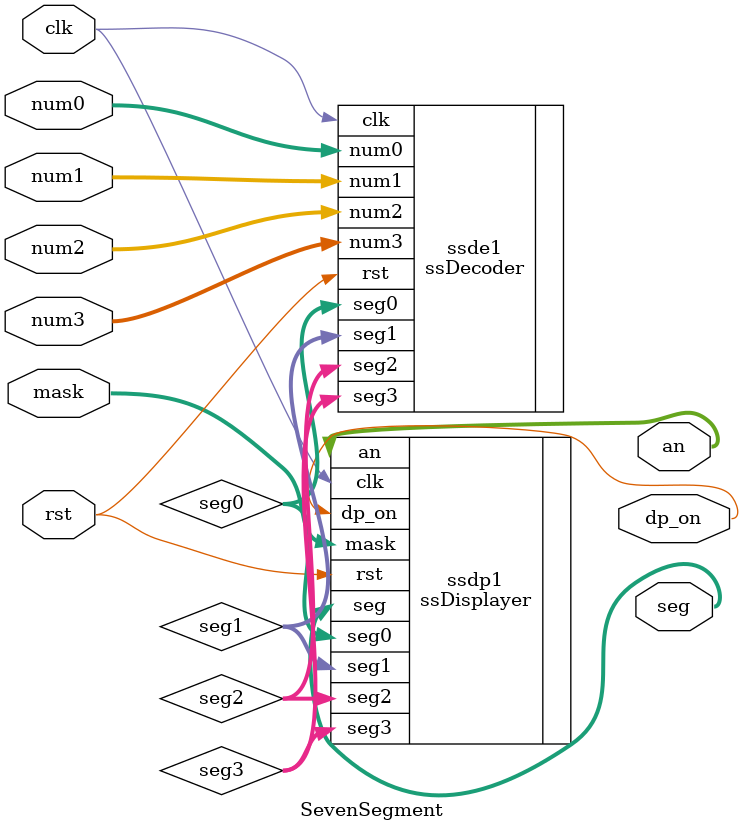
<source format=v>

module SevenSegment(
    //====================================================
    //=======           Input                       ======
    //====================================================
    input                   clk,         // 25 MHz clock
    input                   rst,         // Asynchronus reset
    input      [3:0]        num3,        // decimal number on leftmost 7-segment (0-9)
    input      [3:0]        num2,        // decimal number on  7-segment (0-9)
    input      [3:0]        num1,        // decimal number on  7-segment (0-9)
    input      [3:0]        num0,        // decimal number on rightmost 7-segment (0-9)
    input      [3:0]        mask,        // position of displayed num (3 for leftmost, 0 for rightmost)
    //====================================================
    //=======           Output                      ======
    //====================================================
    //-----------from ssDisplayer-----
    output     [6:0]       seg,         // Number
    output                 dp_on,       // Dot point
    output     [3:0]       an           // Mux for 4 number
    );

    wire [6:0] seg0;
    wire [6:0] seg1;
    wire [6:0] seg2;
    wire [6:0] seg3;


    ssDecoder ssde1(.clk(clk), .rst(rst)
                  , .num3(num3), .num2(num2), .num1(num1), .num0(num0)
                  , .seg3(seg3), .seg2(seg2), .seg1(seg1), .seg0(seg0)
                    );

    ssDisplayer ssdp1(.clk(clk), .rst(rst), .mask(mask)
                    , .seg3(seg3), .seg2(seg2), .seg1(seg1), .seg0(seg0)
                    , .seg(seg), .dp_on(dp_on), .an(an)
                    );

endmodule

</source>
